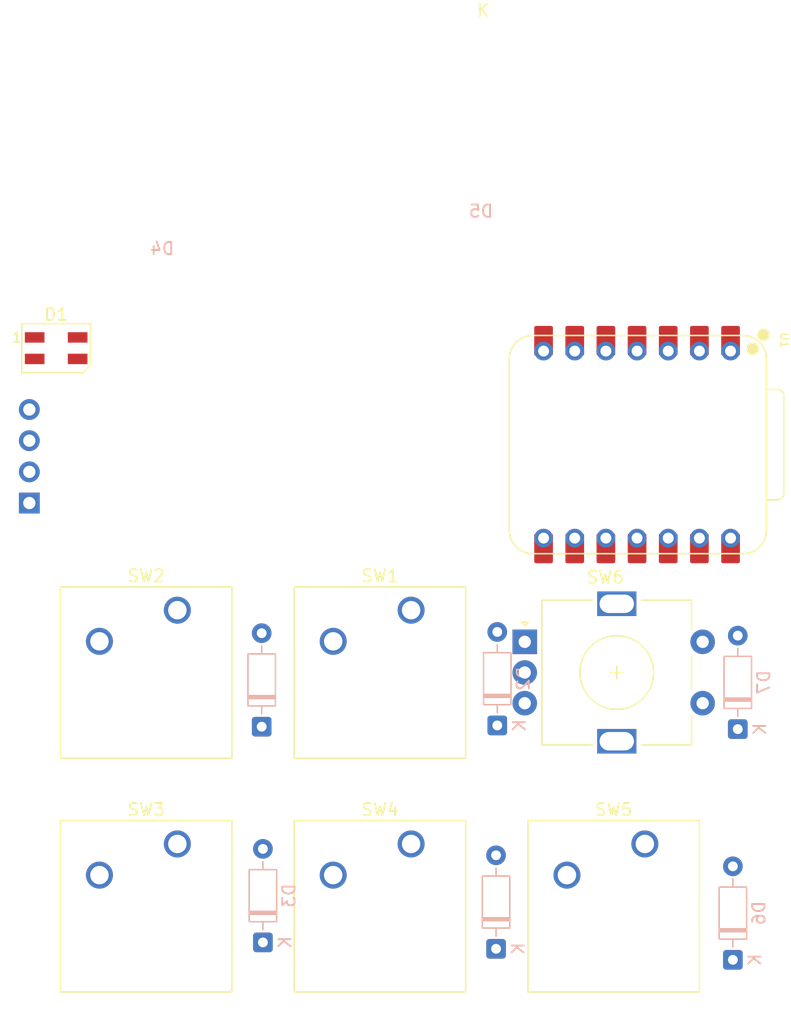
<source format=kicad_pcb>
(kicad_pcb (version 20241229) (generator "pcbnew") (generator_version "9.0")
  (layers (0 "F.Cu" signal) (2 "B.Cu" signal) (13 "F.Paste" user) (15 "B.Paste" user) (5 "F.SilkS" user "F.Silkscreen") (7 "B.SilkS" user "B.Silkscreen") (1 "F.Mask" user) (3 "B.Mask" user) (25 "Edge.Cuts" user))
  (net 0 "")
  (net 1 "VCC")
  (net 2 "SK6812MINI")
  (net 3 "GND")
  (net 5 "Net-(D2-A)")
  (net 6 "Row 0")
  (net 7 "Net-(D3-A)")
  (net 8 "Row 1")
  (net 9 "Net-(D4-A)")
  (net 10 "Net-(D5-A)")
  (net 11 "Net-(D6-A)")
  (net 12 "EC11SWA")
  (net 13 "SCL")
  (net 14 "SDA")
  (net 15 "Col 0")
  (net 16 "Col 1")
  (net 17 "Col 2")
  (net 18 "EC11B")
  (net 19 "EC11A")
  (footprint "LED_SMD:LED_SK6812MINI_PLCC4_3.5x3.5mm_P1.75mm" (layer "F.Cu") (at 121.25 61.675)
    (property "Reference" "D1" (at 0 -2.75 0) (layer "F.SilkS"))
    (property "Value" "SK6812MINI")
    (fp_line (start -2.8 -2) (end -2.8 2) (stroke (width 0.12)) (layer "F.SilkS"))
    (fp_line (start -2.8 -2) (end 2.8 -2) (stroke (width 0.12)) (layer "F.SilkS"))
    (fp_line (start -2.8 2) (end 2.2 2) (stroke (width 0.12)) (layer "F.SilkS"))
    (fp_line (start 2.8 1.4) (end 2.2 2) (stroke (width 0.12)) (layer "F.SilkS"))
    (fp_line (start 2.8 1.4) (end 2.8 -2) (stroke (width 0.12)) (layer "F.SilkS"))
    (fp_text user "1" (at -3.2 -0.875 0) (layer "F.SilkS") (effects (font (size 0.8 0.8))))
    (pad "1" smd rect (at -1.75 -0.875) (size 1.6 0.85) (layers "F.Cu" "F.Mask" "F.Paste"))
    (pad "2" smd rect (at -1.75 0.875) (size 1.6 0.85) (layers "F.Cu" "F.Mask" "F.Paste") (net 3 "GND"))
    (pad "3" smd rect (at 1.75 0.875) (size 1.6 0.85) (layers "F.Cu" "F.Mask" "F.Paste") (net 2 "SK6812MINI"))
    (pad "4" smd rect (at 1.75 -0.875) (size 1.6 0.85) (layers "F.Cu" "F.Mask" "F.Paste") (net 1 "VCC"))
  )
  (footprint "Button_Switch_Keyboard:SW_Cherry_MX_1.00u_PCB" (layer "F.Cu") (at 131.1275 102.07625)
    (property "Reference" "SW3" (at -2.54 -2.794 0) (layer "F.SilkS"))
    (property "Value" "SW_Push")
    (fp_line (start -9.525 -1.905) (end 4.445 -1.905) (stroke (width 0.12)) (layer "F.SilkS"))
    (fp_line (start -9.525 12.065) (end -9.525 -1.905) (stroke (width 0.12)) (layer "F.SilkS"))
    (fp_line (start 4.445 -1.905) (end 4.445 12.065) (stroke (width 0.12)) (layer "F.SilkS"))
    (fp_line (start 4.445 12.065) (end -9.525 12.065) (stroke (width 0.12)) (layer "F.SilkS"))
    (pad "" np_thru_hole circle (at -7.62 5.08) (size 1.7 1.7) (drill 1.7) (layers "*.Cu" "*.Mask"))
    (pad "" np_thru_hole circle (at -2.54 5.08) (size 4 4) (drill 4) (layers "*.Cu" "*.Mask"))
    (pad "" np_thru_hole circle (at 2.54 5.08) (size 1.7 1.7) (drill 1.7) (layers "*.Cu" "*.Mask"))
    (pad "1" thru_hole circle (at 0 0) (size 2.2 2.2) (drill 1.5) (layers "*.Cu" "*.Mask") (net 15 "Col 0"))
    (pad "2" thru_hole circle (at -6.35 2.54) (size 2.2 2.2) (drill 1.5) (layers "*.Cu" "*.Mask") (net 7 "Net-(D3-A)"))
  )
  (footprint "Rotary_Encoder:RotaryEncoder_Alps_EC11E-Switch_Vertical_H20mm" (layer "F.Cu") (at 159.4375 85.60625)
    (property "Reference" "SW6" (at 6.56875 -5.27 0) (layer "F.SilkS"))
    (property "Value" "RotaryEncoder_Switch")
    (fp_line (start -0.3 -1.6) (end 0.3 -1.6) (stroke (width 0.12)) (layer "F.SilkS"))
    (fp_line (start 0 -1.3) (end -0.3 -1.6) (stroke (width 0.12)) (layer "F.SilkS"))
    (fp_line (start 0.3 -1.6) (end 0 -1.3) (stroke (width 0.12)) (layer "F.SilkS"))
    (fp_line (start 1.4 -3.4) (end 1.4 8.4) (stroke (width 0.12)) (layer "F.SilkS"))
    (fp_line (start 5.5 -3.4) (end 1.4 -3.4) (stroke (width 0.12)) (layer "F.SilkS"))
    (fp_line (start 5.5 8.4) (end 1.4 8.4) (stroke (width 0.12)) (layer "F.SilkS"))
    (fp_line (start 7 2.5) (end 8 2.5) (stroke (width 0.12)) (layer "F.SilkS"))
    (fp_line (start 7.5 2) (end 7.5 3) (stroke (width 0.12)) (layer "F.SilkS"))
    (fp_line (start 9.5 -3.4) (end 13.6 -3.4) (stroke (width 0.12)) (layer "F.SilkS"))
    (fp_line (start 13.6 -3.4) (end 13.6 -1) (stroke (width 0.12)) (layer "F.SilkS"))
    (fp_line (start 13.6 1.2) (end 13.6 3.8) (stroke (width 0.12)) (layer "F.SilkS"))
    (fp_line (start 13.6 6) (end 13.6 8.4) (stroke (width 0.12)) (layer "F.SilkS"))
    (fp_line (start 13.6 8.4) (end 9.5 8.4) (stroke (width 0.12)) (layer "F.SilkS"))
    (fp_circle (center 7.5 2.5) (end 10.5 2.5) (stroke (width 0.12)) (fill no) (layer "F.SilkS"))
    (pad "A" thru_hole rect (at 0 0) (size 2 2) (drill 1) (layers "*.Cu" "*.Mask") (net 19 "EC11A"))
    (pad "B" thru_hole circle (at 0 5) (size 2 2) (drill 1) (layers "*.Cu" "*.Mask") (net 18 "EC11B"))
    (pad "C" thru_hole circle (at 0 2.5) (size 2 2) (drill 1) (layers "*.Cu" "*.Mask") (net 3 "GND"))
    (pad "MP" thru_hole rect (at 7.5 -3.1) (size 3.2 2) (drill oval 2.8 1.5) (layers "*.Cu" "*.Mask"))
    (pad "MP" thru_hole rect (at 7.5 8.1) (size 3.2 2) (drill oval 2.8 1.5) (layers "*.Cu" "*.Mask"))
    (pad "S1" thru_hole circle (at 14.5 5) (size 2 2) (drill 1) (layers "*.Cu" "*.Mask") (net 17 "Col 2"))
    (pad "S2" thru_hole circle (at 14.5 0) (size 2 2) (drill 1) (layers "*.Cu" "*.Mask") (net 12 "EC11SWA"))
  )
  (footprint "Button_Switch_Keyboard:SW_Cherry_MX_1.00u_PCB" (layer "F.Cu") (at 169.2275 102.07625)
    (property "Reference" "SW5" (at -2.54 -2.794 0) (layer "F.SilkS"))
    (property "Value" "SW_Push")
    (fp_line (start -9.525 -1.905) (end 4.445 -1.905) (stroke (width 0.12)) (layer "F.SilkS"))
    (fp_line (start -9.525 12.065) (end -9.525 -1.905) (stroke (width 0.12)) (layer "F.SilkS"))
    (fp_line (start 4.445 -1.905) (end 4.445 12.065) (stroke (width 0.12)) (layer "F.SilkS"))
    (fp_line (start 4.445 12.065) (end -9.525 12.065) (stroke (width 0.12)) (layer "F.SilkS"))
    (pad "" np_thru_hole circle (at -7.62 5.08) (size 1.7 1.7) (drill 1.7) (layers "*.Cu" "*.Mask"))
    (pad "" np_thru_hole circle (at -2.54 5.08) (size 4 4) (drill 4) (layers "*.Cu" "*.Mask"))
    (pad "" np_thru_hole circle (at 2.54 5.08) (size 1.7 1.7) (drill 1.7) (layers "*.Cu" "*.Mask"))
    (pad "1" thru_hole circle (at 0 0) (size 2.2 2.2) (drill 1.5) (layers "*.Cu" "*.Mask") (net 17 "Col 2"))
    (pad "2" thru_hole circle (at -6.35 2.54) (size 2.2 2.2) (drill 1.5) (layers "*.Cu" "*.Mask") (net 11 "Net-(D6-A)"))
  )
  (footprint "OPL:XIAO-RP2040-DIP" (layer "F.Cu") (at 168.5925 69.5325 -90)
    (property "Reference" "U1" (at -8.5 -12 270) (layer "F.SilkS") (effects (font (size 0.635 0.635) (thickness 0.1016))))
    (property "Value" "XIAO-RP2040-DIP")
    (fp_line (start -6.985 10.414) (end 6.985 10.414) (stroke (width 0.127)) (layer "F.SilkS"))
    (fp_line (start -8.89 8.509) (end -8.89 -8.636) (stroke (width 0.127)) (layer "F.SilkS"))
    (fp_line (start 8.89 8.509) (end 8.89 -8.636) (stroke (width 0.127)) (layer "F.SilkS"))
    (fp_line (start 6.984999 -10.541) (end -6.984999 -10.541) (stroke (width 0.1)) (layer "F.SilkS"))
    (fp_line (start 6.984999 -10.541) (end -6.984999 -10.541) (stroke (width 0.127)) (layer "F.SilkS"))
    (fp_line (start -4.495 -10.541001) (end -4.491272 -11.451272) (stroke (width 0.127)) (layer "F.SilkS"))
    (fp_line (start 4.504 -11.451) (end 4.504 -10.541001) (stroke (width 0.127)) (layer "F.SilkS"))
    (fp_line (start -3.991272 -11.951001) (end 4.004 -11.951001) (stroke (width 0.127)) (layer "F.SilkS"))
    (fp_arc (start -6.985 10.414) (mid -8.332038 9.856038) (end -8.89 8.509) (stroke (width 0.127)) (layer "F.SilkS"))
    (fp_arc (start 8.89 8.509) (mid 8.332038 9.856038) (end 6.985 10.414) (stroke (width 0.127)) (layer "F.SilkS"))
    (fp_arc (start -8.89 -8.636) (mid -8.332038 -9.983037) (end -6.984999 -10.541) (stroke (width 0.127)) (layer "F.SilkS"))
    (fp_arc (start 6.984999 -10.541) (mid 8.332038 -9.983037) (end 8.89 -8.636) (stroke (width 0.127)) (layer "F.SilkS"))
    (fp_arc (start -4.491272 -11.451272) (mid -4.344729 -11.80464) (end -3.991272 -11.951001) (stroke (width 0.127)) (layer "F.SilkS"))
    (fp_arc (start 4.004 -11.951001) (mid 4.357553 -11.804553) (end 4.504 -11.451) (stroke (width 0.127)) (layer "F.SilkS"))
    (fp_circle (center -7.807001 -9.42) (end -7.807001 -9.674) (stroke (width 0.5)) (fill yes) (layer "F.SilkS"))
    (fp_circle (center -8.95 -10.3) (end -8.95 -10.554) (stroke (width 0.5)) (fill yes) (layer "F.SilkS"))
    (pad "1" smd roundrect (at -8.455 -7.62 90) (size 2.432 1.524) (layers "F.Cu" "F.Mask") (roundrect_rratio 0.1) (net 16 "Col 1"))
    (pad "1" thru_hole circle (at -7.62 -7.62 90) (size 1.524 1.524) (drill 0.889) (layers "*.Cu" "*.Mask") (net 16 "Col 1"))
    (pad "2" smd roundrect (at -8.455 -5.08 90) (size 2.432 1.524) (layers "F.Cu" "F.Mask") (roundrect_rratio 0.1) (net 15 "Col 0"))
    (pad "2" thru_hole circle (at -7.62 -5.08 90) (size 1.524 1.524) (drill 0.889) (layers "*.Cu" "*.Mask") (net 15 "Col 0"))
    (pad "3" smd roundrect (at -8.455 -2.54 90) (size 2.432 1.524) (layers "F.Cu" "F.Mask") (roundrect_rratio 0.1) (net 8 "Row 1"))
    (pad "3" thru_hole circle (at -7.62 -2.54 90) (size 1.524 1.524) (drill 0.889) (layers "*.Cu" "*.Mask") (net 8 "Row 1"))
    (pad "4" smd roundrect (at -8.455 0 90) (size 2.432 1.524) (layers "F.Cu" "F.Mask") (roundrect_rratio 0.1) (net 6 "Row 0"))
    (pad "4" thru_hole circle (at -7.62 0 90) (size 1.524 1.524) (drill 0.889) (layers "*.Cu" "*.Mask") (net 6 "Row 0"))
    (pad "5" smd roundrect (at -8.455 2.54 90) (size 2.432 1.524) (layers "F.Cu" "F.Mask") (roundrect_rratio 0.1) (net 14 "SDA"))
    (pad "5" thru_hole circle (at -7.62 2.54 90) (size 1.524 1.524) (drill 0.889) (layers "*.Cu" "*.Mask") (net 14 "SDA"))
    (pad "6" smd roundrect (at -8.455 5.08 90) (size 2.432 1.524) (layers "F.Cu" "F.Mask") (roundrect_rratio 0.1) (net 13 "SCL"))
    (pad "6" thru_hole circle (at -7.62 5.08 90) (size 1.524 1.524) (drill 0.889) (layers "*.Cu" "*.Mask") (net 13 "SCL"))
    (pad "7" smd roundrect (at -8.455 7.62 90) (size 2.432 1.524) (layers "F.Cu" "F.Mask") (roundrect_rratio 0.1))
    (pad "7" thru_hole circle (at -7.62 7.62 90) (size 1.524 1.524) (drill 0.889) (layers "*.Cu" "*.Mask"))
    (pad "8" thru_hole circle (at 7.62 7.62 270) (size 1.524 1.524) (drill 0.889) (layers "*.Cu" "*.Mask") (net 18 "EC11B"))
    (pad "8" smd roundrect (at 8.455 7.62 270) (size 2.432 1.524) (layers "F.Cu" "F.Mask") (roundrect_rratio 0.1) (net 18 "EC11B"))
    (pad "9" thru_hole circle (at 7.62 5.08 270) (size 1.524 1.524) (drill 0.889) (layers "*.Cu" "*.Mask") (net 19 "EC11A"))
    (pad "9" smd roundrect (at 8.455 5.08 270) (size 2.432 1.524) (layers "F.Cu" "F.Mask") (roundrect_rratio 0.1) (net 19 "EC11A"))
    (pad "10" thru_hole circle (at 7.62 2.54 270) (size 1.524 1.524) (drill 0.889) (layers "*.Cu" "*.Mask") (net 17 "Col 2"))
    (pad "10" smd roundrect (at 8.455 2.54 270) (size 2.432 1.524) (layers "F.Cu" "F.Mask") (roundrect_rratio 0.1) (net 17 "Col 2"))
    (pad "11" thru_hole circle (at 7.62 0 270) (size 1.524 1.524) (drill 0.889) (layers "*.Cu" "*.Mask") (net 2 "SK6812MINI"))
    (pad "11" smd roundrect (at 8.455 0 270) (size 2.432 1.524) (layers "F.Cu" "F.Mask") (roundrect_rratio 0.1) (net 2 "SK6812MINI"))
    (pad "12" thru_hole circle (at 7.62 -2.54 270) (size 1.524 1.524) (drill 0.889) (layers "*.Cu" "*.Mask"))
    (pad "12" smd roundrect (at 8.455 -2.54 270) (size 2.432 1.524) (layers "F.Cu" "F.Mask") (roundrect_rratio 0.1))
    (pad "13" thru_hole circle (at 7.62 -5.08 270) (size 1.524 1.524) (drill 0.889) (layers "*.Cu" "*.Mask") (net 3 "GND"))
    (pad "13" smd roundrect (at 8.455 -5.08 270) (size 2.432 1.524) (layers "F.Cu" "F.Mask") (roundrect_rratio 0.1) (net 3 "GND"))
    (pad "14" thru_hole circle (at 7.62 -7.62 270) (size 1.524 1.524) (drill 0.889) (layers "*.Cu" "*.Mask") (net 1 "VCC"))
    (pad "14" smd roundrect (at 8.455 -7.62 270) (size 2.432 1.524) (layers "F.Cu" "F.Mask") (roundrect_rratio 0.1) (net 1 "VCC"))
  )
  (footprint "Button_Switch_Keyboard:SW_Cherry_MX_1.00u_PCB" (layer "F.Cu") (at 131.1275 83.02625)
    (property "Reference" "SW2" (at -2.54 -2.794 0) (layer "F.SilkS"))
    (property "Value" "SW_Push")
    (fp_line (start -9.525 -1.905) (end 4.445 -1.905) (stroke (width 0.12)) (layer "F.SilkS"))
    (fp_line (start -9.525 12.065) (end -9.525 -1.905) (stroke (width 0.12)) (layer "F.SilkS"))
    (fp_line (start 4.445 -1.905) (end 4.445 12.065) (stroke (width 0.12)) (layer "F.SilkS"))
    (fp_line (start 4.445 12.065) (end -9.525 12.065) (stroke (width 0.12)) (layer "F.SilkS"))
    (pad "" np_thru_hole circle (at -7.62 5.08) (size 1.7 1.7) (drill 1.7) (layers "*.Cu" "*.Mask"))
    (pad "" np_thru_hole circle (at -2.54 5.08) (size 4 4) (drill 4) (layers "*.Cu" "*.Mask"))
    (pad "" np_thru_hole circle (at 2.54 5.08) (size 1.7 1.7) (drill 1.7) (layers "*.Cu" "*.Mask"))
    (pad "1" thru_hole circle (at 0 0) (size 2.2 2.2) (drill 1.5) (layers "*.Cu" "*.Mask") (net 16 "Col 1"))
    (pad "2" thru_hole circle (at -6.35 2.54) (size 2.2 2.2) (drill 1.5) (layers "*.Cu" "*.Mask") (net 9 "Net-(D4-A)"))
  )
  (footprint "ScottoKeebs_Components:OLED_128x32" (layer "F.Cu") (at 117.4625 64.495)
    (property "Reference" "J1" (hide yes))
    (property "Value" "OLED_128x32")
    (pad "1" thru_hole rect (at 1.6 9.8 180) (size 1.7 1.7) (drill 1) (layers "*.Cu" "*.Mask") (net 3 "GND"))
    (pad "2" thru_hole oval (at 1.6 7.26 180) (size 1.7 1.7) (drill 1) (layers "*.Cu" "*.Mask") (net 1 "VCC"))
    (pad "3" thru_hole oval (at 1.6 4.72 180) (size 1.7 1.7) (drill 1) (layers "*.Cu" "*.Mask") (net 13 "SCL"))
    (pad "4" thru_hole oval (at 1.6 2.18 180) (size 1.7 1.7) (drill 1) (layers "*.Cu" "*.Mask") (net 14 "SDA"))
  )
  (footprint "Button_Switch_Keyboard:SW_Cherry_MX_1.00u_PCB" (layer "F.Cu") (at 150.1775 102.07625)
    (property "Reference" "SW4" (at -2.54 -2.794 0) (layer "F.SilkS"))
    (property "Value" "SW_Push")
    (fp_line (start -9.525 -1.905) (end 4.445 -1.905) (stroke (width 0.12)) (layer "F.SilkS"))
    (fp_line (start -9.525 12.065) (end -9.525 -1.905) (stroke (width 0.12)) (layer "F.SilkS"))
    (fp_line (start 4.445 -1.905) (end 4.445 12.065) (stroke (width 0.12)) (layer "F.SilkS"))
    (fp_line (start 4.445 12.065) (end -9.525 12.065) (stroke (width 0.12)) (layer "F.SilkS"))
    (pad "" np_thru_hole circle (at -7.62 5.08) (size 1.7 1.7) (drill 1.7) (layers "*.Cu" "*.Mask"))
    (pad "" np_thru_hole circle (at -2.54 5.08) (size 4 4) (drill 4) (layers "*.Cu" "*.Mask"))
    (pad "" np_thru_hole circle (at 2.54 5.08) (size 1.7 1.7) (drill 1.7) (layers "*.Cu" "*.Mask"))
    (pad "1" thru_hole circle (at 0 0) (size 2.2 2.2) (drill 1.5) (layers "*.Cu" "*.Mask") (net 16 "Col 1"))
    (pad "2" thru_hole circle (at -6.35 2.54) (size 2.2 2.2) (drill 1.5) (layers "*.Cu" "*.Mask") (net 10 "Net-(D5-A)"))
  )
  (footprint "Button_Switch_Keyboard:SW_Cherry_MX_1.00u_PCB" (layer "F.Cu") (at 150.1775 83.02625)
    (property "Reference" "SW1" (at -2.54 -2.794 0) (layer "F.SilkS"))
    (property "Value" "SW_Push")
    (fp_line (start -9.525 -1.905) (end 4.445 -1.905) (stroke (width 0.12)) (layer "F.SilkS"))
    (fp_line (start -9.525 12.065) (end -9.525 -1.905) (stroke (width 0.12)) (layer "F.SilkS"))
    (fp_line (start 4.445 -1.905) (end 4.445 12.065) (stroke (width 0.12)) (layer "F.SilkS"))
    (fp_line (start 4.445 12.065) (end -9.525 12.065) (stroke (width 0.12)) (layer "F.SilkS"))
    (pad "" np_thru_hole circle (at -7.62 5.08) (size 1.7 1.7) (drill 1.7) (layers "*.Cu" "*.Mask"))
    (pad "" np_thru_hole circle (at -2.54 5.08) (size 4 4) (drill 4) (layers "*.Cu" "*.Mask"))
    (pad "" np_thru_hole circle (at 2.54 5.08) (size 1.7 1.7) (drill 1.7) (layers "*.Cu" "*.Mask"))
    (pad "1" thru_hole circle (at 0 0) (size 2.2 2.2) (drill 1.5) (layers "*.Cu" "*.Mask") (net 15 "Col 0"))
    (pad "2" thru_hole circle (at -6.35 2.54) (size 2.2 2.2) (drill 1.5) (layers "*.Cu" "*.Mask") (net 5 "Net-(D2-A)"))
  )
  (footprint "Diode_THT:D_DO-35_SOD27_P7.62mm_Horizontal" (layer "B.Cu") (at 176.4 111.52 90)
    (property "Reference" "D6" (at 3.81 2.12 90) (layer "B.SilkS") (effects (justify mirror)))
    (property "Value" "D")
    (fp_line (start 6.580001 0) (end 5.93 0) (stroke (width 0.12)) (layer "B.SilkS"))
    (fp_line (start 1.04 0) (end 1.689999 0) (stroke (width 0.12)) (layer "B.SilkS"))
    (fp_line (start 2.53 1.12) (end 2.53 -1.12) (stroke (width 0.12)) (layer "B.SilkS"))
    (fp_line (start 2.41 1.12) (end 2.41 -1.12) (stroke (width 0.12)) (layer "B.SilkS"))
    (fp_line (start 2.29 1.12) (end 2.29 -1.12) (stroke (width 0.12)) (layer "B.SilkS"))
    (fp_poly (pts (xy 1.69 1.12) (xy 5.93 1.12) (xy 5.93 -1.12) (xy 1.69 -1.12)) (stroke (width 0.12)) (fill no) (layer "B.SilkS"))
    (fp_text user "K" (at 0 1.8 90) (layer "B.SilkS") (effects (justify mirror)))
    (pad "1" thru_hole roundrect (at 0 0 90) (size 1.6 1.6) (drill 0.8) (layers "*.Cu" "*.Mask") (roundrect_rratio 0.15625) (net 8 "Row 1"))
    (pad "2" thru_hole circle (at 7.62 0 90) (size 1.6 1.6) (drill 0.8) (layers "*.Cu" "*.Mask") (net 11 "Net-(D6-A)"))
  )
  (footprint "Diode_THT:D_DO-35_SOD27_P7.62mm_Horizontal" (layer "B.Cu") (at 176.8 92.72 90)
    (property "Reference" "D7" (at 3.81 2.12 90) (layer "B.SilkS") (effects (justify mirror)))
    (property "Value" "D")
    (fp_line (start 6.580001 0) (end 5.93 0) (stroke (width 0.12)) (layer "B.SilkS"))
    (fp_line (start 1.04 0) (end 1.689999 0) (stroke (width 0.12)) (layer "B.SilkS"))
    (fp_line (start 2.53 1.12) (end 2.53 -1.12) (stroke (width 0.12)) (layer "B.SilkS"))
    (fp_line (start 2.41 1.12) (end 2.41 -1.12) (stroke (width 0.12)) (layer "B.SilkS"))
    (fp_line (start 2.29 1.12) (end 2.29 -1.12) (stroke (width 0.12)) (layer "B.SilkS"))
    (fp_poly (pts (xy 1.69 1.12) (xy 5.93 1.12) (xy 5.93 -1.12) (xy 1.69 -1.12)) (stroke (width 0.12)) (fill no) (layer "B.SilkS"))
    (fp_text user "K" (at 0 1.8 90) (layer "B.SilkS") (effects (justify mirror)))
    (pad "1" thru_hole roundrect (at 0 0 90) (size 1.6 1.6) (drill 0.8) (layers "*.Cu" "*.Mask") (roundrect_rratio 0.15625) (net 6 "Row 0"))
    (pad "2" thru_hole circle (at 7.62 0 90) (size 1.6 1.6) (drill 0.8) (layers "*.Cu" "*.Mask") (net 12 "EC11SWA"))
  )
  (footprint "Diode_THT:D_DO-35_SOD27_P7.62mm_Horizontal" (layer "B.Cu") (at 138.1 110.1 90)
    (property "Reference" "D3" (at 3.81 2.12 90) (layer "B.SilkS") (effects (justify mirror)))
    (property "Value" "D")
    (fp_line (start 6.580001 0) (end 5.93 0) (stroke (width 0.12)) (layer "B.SilkS"))
    (fp_line (start 1.04 0) (end 1.689999 0) (stroke (width 0.12)) (layer "B.SilkS"))
    (fp_line (start 2.53 1.12) (end 2.53 -1.12) (stroke (width 0.12)) (layer "B.SilkS"))
    (fp_line (start 2.41 1.12) (end 2.41 -1.12) (stroke (width 0.12)) (layer "B.SilkS"))
    (fp_line (start 2.29 1.12) (end 2.29 -1.12) (stroke (width 0.12)) (layer "B.SilkS"))
    (fp_poly (pts (xy 1.69 1.12) (xy 5.93 1.12) (xy 5.93 -1.12) (xy 1.69 -1.12)) (stroke (width 0.12)) (fill no) (layer "B.SilkS"))
    (fp_text user "K" (at 0 1.8 90) (layer "B.SilkS") (effects (justify mirror)))
    (pad "1" thru_hole roundrect (at 0 0 90) (size 1.6 1.6) (drill 0.8) (layers "*.Cu" "*.Mask") (roundrect_rratio 0.15625) (net 8 "Row 1"))
    (pad "2" thru_hole circle (at 7.62 0 90) (size 1.6 1.6) (drill 0.8) (layers "*.Cu" "*.Mask") (net 7 "Net-(D3-A)"))
  )
  (footprint "Diode_THT:D_DO-35_SOD27_P7.62mm_Horizontal" (layer "B.Cu") (at 157.2 92.42 90)
    (property "Reference" "D2" (at 3.81 2.12 90) (layer "B.SilkS") (effects (justify mirror)))
    (property "Value" "D")
    (fp_line (start 6.580001 0) (end 5.93 0) (stroke (width 0.12)) (layer "B.SilkS"))
    (fp_line (start 1.04 0) (end 1.689999 0) (stroke (width 0.12)) (layer "B.SilkS"))
    (fp_line (start 2.53 1.12) (end 2.53 -1.12) (stroke (width 0.12)) (layer "B.SilkS"))
    (fp_line (start 2.41 1.12) (end 2.41 -1.12) (stroke (width 0.12)) (layer "B.SilkS"))
    (fp_line (start 2.29 1.12) (end 2.29 -1.12) (stroke (width 0.12)) (layer "B.SilkS"))
    (fp_poly (pts (xy 1.69 1.12) (xy 5.93 1.12) (xy 5.93 -1.12) (xy 1.69 -1.12)) (stroke (width 0.12)) (fill no) (layer "B.SilkS"))
    (fp_text user "K" (at 0 1.8 90) (layer "B.SilkS") (effects (justify mirror)))
    (pad "1" thru_hole roundrect (at 0 0 90) (size 1.6 1.6) (drill 0.8) (layers "*.Cu" "*.Mask") (roundrect_rratio 0.15625) (net 6 "Row 0"))
    (pad "2" thru_hole circle (at 7.62 0 90) (size 1.6 1.6) (drill 0.8) (layers "*.Cu" "*.Mask") (net 5 "Net-(D2-A)"))
  )
  (footprint "Diode_THT:D_DO-35_SOD27_P7.62mm_Horizontal" (layer "B.Cu") (at 138 92.52 90)
    (property "Reference" "D4" (at 38.961251 -8.110001 0) (layer "B.SilkS") (effects (justify mirror)))
    (property "Value" "D")
    (fp_line (start 6.580001 0) (end 5.93 0) (stroke (width 0.12)) (layer "B.SilkS"))
    (fp_line (start 1.04 0) (end 1.689999 0) (stroke (width 0.12)) (layer "B.SilkS"))
    (fp_line (start 2.53 1.12) (end 2.53 -1.12) (stroke (width 0.12)) (layer "B.SilkS"))
    (fp_line (start 2.41 1.12) (end 2.41 -1.12) (stroke (width 0.12)) (layer "B.SilkS"))
    (fp_line (start 2.29 1.12) (end 2.29 -1.12) (stroke (width 0.12)) (layer "B.SilkS"))
    (fp_poly (pts (xy 1.69 1.12) (xy 5.93 1.12) (xy 5.93 -1.12) (xy 1.69 -1.12)) (stroke (width 0.12)) (fill no) (layer "B.SilkS"))
    (fp_text user "K" (at 58.368751 18.031252 0) (layer "F.SilkS"))
    (pad "1" thru_hole roundrect (at 0 0 90) (size 1.6 1.6) (drill 0.8) (layers "*.Cu" "*.Mask") (roundrect_rratio 0.15625) (net 6 "Row 0"))
    (pad "2" thru_hole circle (at 7.62 0 90) (size 1.6 1.6) (drill 0.8) (layers "*.Cu" "*.Mask") (net 9 "Net-(D4-A)"))
  )
  (footprint "Diode_THT:D_DO-35_SOD27_P7.62mm_Horizontal" (layer "B.Cu") (at 157.1 110.62 90)
    (property "Reference" "D5" (at 60.106251 -1.225 0) (layer "B.SilkS") (effects (justify mirror)))
    (property "Value" "D")
    (fp_line (start 6.580001 0) (end 5.93 0) (stroke (width 0.12)) (layer "B.SilkS"))
    (fp_line (start 1.04 0) (end 1.689999 0) (stroke (width 0.12)) (layer "B.SilkS"))
    (fp_line (start 2.53 1.12) (end 2.53 -1.12) (stroke (width 0.12)) (layer "B.SilkS"))
    (fp_line (start 2.41 1.12) (end 2.41 -1.12) (stroke (width 0.12)) (layer "B.SilkS"))
    (fp_line (start 2.29 1.12) (end 2.29 -1.12) (stroke (width 0.12)) (layer "B.SilkS"))
    (fp_poly (pts (xy 1.69 1.12) (xy 5.93 1.12) (xy 5.93 -1.12) (xy 1.69 -1.12)) (stroke (width 0.12)) (fill no) (layer "B.SilkS"))
    (fp_text user "K" (at 0 1.8 90) (layer "B.SilkS") (effects (justify mirror)))
    (pad "1" thru_hole roundrect (at 0 0 90) (size 1.6 1.6) (drill 0.8) (layers "*.Cu" "*.Mask") (roundrect_rratio 0.15625) (net 8 "Row 1"))
    (pad "2" thru_hole circle (at 7.62 0 90) (size 1.6 1.6) (drill 0.8) (layers "*.Cu" "*.Mask") (net 10 "Net-(D5-A)"))
  )
)
</source>
